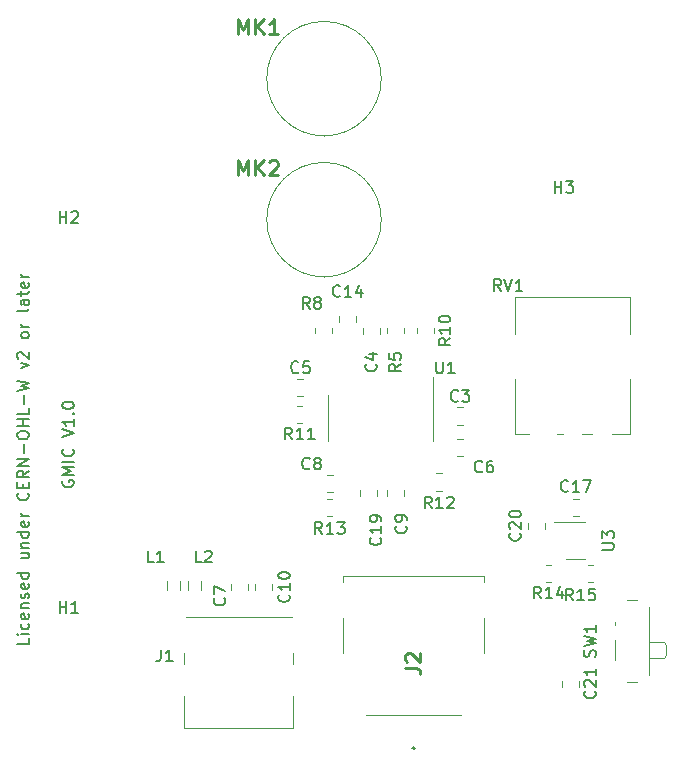
<source format=gbr>
G04 #@! TF.GenerationSoftware,KiCad,Pcbnew,(5.1.10)-1*
G04 #@! TF.CreationDate,2022-06-20T16:08:07+02:00*
G04 #@! TF.ProjectId,Project_Gmic,50726f6a-6563-4745-9f47-6d69632e6b69,V1.0*
G04 #@! TF.SameCoordinates,PX2e063a0PY928d170*
G04 #@! TF.FileFunction,Legend,Top*
G04 #@! TF.FilePolarity,Positive*
%FSLAX46Y46*%
G04 Gerber Fmt 4.6, Leading zero omitted, Abs format (unit mm)*
G04 Created by KiCad (PCBNEW (5.1.10)-1) date 2022-06-20 16:08:07*
%MOMM*%
%LPD*%
G01*
G04 APERTURE LIST*
%ADD10C,0.150000*%
%ADD11C,0.120000*%
%ADD12C,0.200000*%
%ADD13C,0.100000*%
%ADD14C,0.254000*%
G04 APERTURE END LIST*
D10*
X2992380Y7740953D02*
X2992380Y7264762D01*
X1992380Y7264762D01*
X2992380Y8074286D02*
X2325714Y8074286D01*
X1992380Y8074286D02*
X2040000Y8026667D01*
X2087619Y8074286D01*
X2040000Y8121905D01*
X1992380Y8074286D01*
X2087619Y8074286D01*
X2944761Y8979048D02*
X2992380Y8883810D01*
X2992380Y8693334D01*
X2944761Y8598096D01*
X2897142Y8550477D01*
X2801904Y8502858D01*
X2516190Y8502858D01*
X2420952Y8550477D01*
X2373333Y8598096D01*
X2325714Y8693334D01*
X2325714Y8883810D01*
X2373333Y8979048D01*
X2944761Y9788572D02*
X2992380Y9693334D01*
X2992380Y9502858D01*
X2944761Y9407620D01*
X2849523Y9360000D01*
X2468571Y9360000D01*
X2373333Y9407620D01*
X2325714Y9502858D01*
X2325714Y9693334D01*
X2373333Y9788572D01*
X2468571Y9836191D01*
X2563809Y9836191D01*
X2659047Y9360000D01*
X2325714Y10264762D02*
X2992380Y10264762D01*
X2420952Y10264762D02*
X2373333Y10312381D01*
X2325714Y10407620D01*
X2325714Y10550477D01*
X2373333Y10645715D01*
X2468571Y10693334D01*
X2992380Y10693334D01*
X2944761Y11121905D02*
X2992380Y11217143D01*
X2992380Y11407620D01*
X2944761Y11502858D01*
X2849523Y11550477D01*
X2801904Y11550477D01*
X2706666Y11502858D01*
X2659047Y11407620D01*
X2659047Y11264762D01*
X2611428Y11169524D01*
X2516190Y11121905D01*
X2468571Y11121905D01*
X2373333Y11169524D01*
X2325714Y11264762D01*
X2325714Y11407620D01*
X2373333Y11502858D01*
X2944761Y12360000D02*
X2992380Y12264762D01*
X2992380Y12074286D01*
X2944761Y11979048D01*
X2849523Y11931429D01*
X2468571Y11931429D01*
X2373333Y11979048D01*
X2325714Y12074286D01*
X2325714Y12264762D01*
X2373333Y12360000D01*
X2468571Y12407620D01*
X2563809Y12407620D01*
X2659047Y11931429D01*
X2992380Y13264762D02*
X1992380Y13264762D01*
X2944761Y13264762D02*
X2992380Y13169524D01*
X2992380Y12979048D01*
X2944761Y12883810D01*
X2897142Y12836191D01*
X2801904Y12788572D01*
X2516190Y12788572D01*
X2420952Y12836191D01*
X2373333Y12883810D01*
X2325714Y12979048D01*
X2325714Y13169524D01*
X2373333Y13264762D01*
X2325714Y14931429D02*
X2992380Y14931429D01*
X2325714Y14502858D02*
X2849523Y14502858D01*
X2944761Y14550477D01*
X2992380Y14645715D01*
X2992380Y14788572D01*
X2944761Y14883810D01*
X2897142Y14931429D01*
X2325714Y15407620D02*
X2992380Y15407620D01*
X2420952Y15407620D02*
X2373333Y15455239D01*
X2325714Y15550477D01*
X2325714Y15693334D01*
X2373333Y15788572D01*
X2468571Y15836191D01*
X2992380Y15836191D01*
X2992380Y16740953D02*
X1992380Y16740953D01*
X2944761Y16740953D02*
X2992380Y16645715D01*
X2992380Y16455239D01*
X2944761Y16360000D01*
X2897142Y16312381D01*
X2801904Y16264762D01*
X2516190Y16264762D01*
X2420952Y16312381D01*
X2373333Y16360000D01*
X2325714Y16455239D01*
X2325714Y16645715D01*
X2373333Y16740953D01*
X2944761Y17598096D02*
X2992380Y17502858D01*
X2992380Y17312381D01*
X2944761Y17217143D01*
X2849523Y17169524D01*
X2468571Y17169524D01*
X2373333Y17217143D01*
X2325714Y17312381D01*
X2325714Y17502858D01*
X2373333Y17598096D01*
X2468571Y17645715D01*
X2563809Y17645715D01*
X2659047Y17169524D01*
X2992380Y18074286D02*
X2325714Y18074286D01*
X2516190Y18074286D02*
X2420952Y18121905D01*
X2373333Y18169524D01*
X2325714Y18264762D01*
X2325714Y18360000D01*
X2897142Y20026667D02*
X2944761Y19979048D01*
X2992380Y19836191D01*
X2992380Y19740953D01*
X2944761Y19598096D01*
X2849523Y19502858D01*
X2754285Y19455239D01*
X2563809Y19407620D01*
X2420952Y19407620D01*
X2230476Y19455239D01*
X2135238Y19502858D01*
X2040000Y19598096D01*
X1992380Y19740953D01*
X1992380Y19836191D01*
X2040000Y19979048D01*
X2087619Y20026667D01*
X2468571Y20455239D02*
X2468571Y20788572D01*
X2992380Y20931429D02*
X2992380Y20455239D01*
X1992380Y20455239D01*
X1992380Y20931429D01*
X2992380Y21931429D02*
X2516190Y21598096D01*
X2992380Y21360000D02*
X1992380Y21360000D01*
X1992380Y21740953D01*
X2040000Y21836191D01*
X2087619Y21883810D01*
X2182857Y21931429D01*
X2325714Y21931429D01*
X2420952Y21883810D01*
X2468571Y21836191D01*
X2516190Y21740953D01*
X2516190Y21360000D01*
X2992380Y22360000D02*
X1992380Y22360000D01*
X2992380Y22931429D01*
X1992380Y22931429D01*
X2611428Y23407620D02*
X2611428Y24169524D01*
X1992380Y24836191D02*
X1992380Y25026667D01*
X2040000Y25121905D01*
X2135238Y25217143D01*
X2325714Y25264762D01*
X2659047Y25264762D01*
X2849523Y25217143D01*
X2944761Y25121905D01*
X2992380Y25026667D01*
X2992380Y24836191D01*
X2944761Y24740953D01*
X2849523Y24645715D01*
X2659047Y24598096D01*
X2325714Y24598096D01*
X2135238Y24645715D01*
X2040000Y24740953D01*
X1992380Y24836191D01*
X2992380Y25693334D02*
X1992380Y25693334D01*
X2468571Y25693334D02*
X2468571Y26264762D01*
X2992380Y26264762D02*
X1992380Y26264762D01*
X2992380Y27217143D02*
X2992380Y26740953D01*
X1992380Y26740953D01*
X2611428Y27550477D02*
X2611428Y28312381D01*
X1992380Y28693334D02*
X2992380Y28931429D01*
X2278095Y29121905D01*
X2992380Y29312381D01*
X1992380Y29550477D01*
X2325714Y30598096D02*
X2992380Y30836191D01*
X2325714Y31074286D01*
X2087619Y31407620D02*
X2040000Y31455239D01*
X1992380Y31550477D01*
X1992380Y31788572D01*
X2040000Y31883810D01*
X2087619Y31931429D01*
X2182857Y31979048D01*
X2278095Y31979048D01*
X2420952Y31931429D01*
X2992380Y31360000D01*
X2992380Y31979048D01*
X2992380Y33312381D02*
X2944761Y33217143D01*
X2897142Y33169524D01*
X2801904Y33121905D01*
X2516190Y33121905D01*
X2420952Y33169524D01*
X2373333Y33217143D01*
X2325714Y33312381D01*
X2325714Y33455239D01*
X2373333Y33550477D01*
X2420952Y33598096D01*
X2516190Y33645715D01*
X2801904Y33645715D01*
X2897142Y33598096D01*
X2944761Y33550477D01*
X2992380Y33455239D01*
X2992380Y33312381D01*
X2992380Y34074286D02*
X2325714Y34074286D01*
X2516190Y34074286D02*
X2420952Y34121905D01*
X2373333Y34169524D01*
X2325714Y34264762D01*
X2325714Y34360000D01*
X2992380Y35598096D02*
X2944761Y35502858D01*
X2849523Y35455239D01*
X1992380Y35455239D01*
X2992380Y36407620D02*
X2468571Y36407620D01*
X2373333Y36360000D01*
X2325714Y36264762D01*
X2325714Y36074286D01*
X2373333Y35979048D01*
X2944761Y36407620D02*
X2992380Y36312381D01*
X2992380Y36074286D01*
X2944761Y35979048D01*
X2849523Y35931429D01*
X2754285Y35931429D01*
X2659047Y35979048D01*
X2611428Y36074286D01*
X2611428Y36312381D01*
X2563809Y36407620D01*
X2325714Y36740953D02*
X2325714Y37121905D01*
X1992380Y36883810D02*
X2849523Y36883810D01*
X2944761Y36931429D01*
X2992380Y37026667D01*
X2992380Y37121905D01*
X2944761Y37836191D02*
X2992380Y37740953D01*
X2992380Y37550477D01*
X2944761Y37455239D01*
X2849523Y37407620D01*
X2468571Y37407620D01*
X2373333Y37455239D01*
X2325714Y37550477D01*
X2325714Y37740953D01*
X2373333Y37836191D01*
X2468571Y37883810D01*
X2563809Y37883810D01*
X2659047Y37407620D01*
X2992380Y38312381D02*
X2325714Y38312381D01*
X2516190Y38312381D02*
X2420952Y38360000D01*
X2373333Y38407620D01*
X2325714Y38502858D01*
X2325714Y38598096D01*
X5850000Y21082381D02*
X5802380Y20987143D01*
X5802380Y20844286D01*
X5850000Y20701429D01*
X5945238Y20606191D01*
X6040476Y20558572D01*
X6230952Y20510953D01*
X6373809Y20510953D01*
X6564285Y20558572D01*
X6659523Y20606191D01*
X6754761Y20701429D01*
X6802380Y20844286D01*
X6802380Y20939524D01*
X6754761Y21082381D01*
X6707142Y21130000D01*
X6373809Y21130000D01*
X6373809Y20939524D01*
X6802380Y21558572D02*
X5802380Y21558572D01*
X6516666Y21891905D01*
X5802380Y22225239D01*
X6802380Y22225239D01*
X6802380Y22701429D02*
X5802380Y22701429D01*
X6707142Y23749048D02*
X6754761Y23701429D01*
X6802380Y23558572D01*
X6802380Y23463334D01*
X6754761Y23320477D01*
X6659523Y23225239D01*
X6564285Y23177620D01*
X6373809Y23130000D01*
X6230952Y23130000D01*
X6040476Y23177620D01*
X5945238Y23225239D01*
X5850000Y23320477D01*
X5802380Y23463334D01*
X5802380Y23558572D01*
X5850000Y23701429D01*
X5897619Y23749048D01*
X5802380Y24796667D02*
X6802380Y25130000D01*
X5802380Y25463334D01*
X6802380Y26320477D02*
X6802380Y25749048D01*
X6802380Y26034762D02*
X5802380Y26034762D01*
X5945238Y25939524D01*
X6040476Y25844286D01*
X6088095Y25749048D01*
X6707142Y26749048D02*
X6754761Y26796667D01*
X6802380Y26749048D01*
X6754761Y26701429D01*
X6707142Y26749048D01*
X6802380Y26749048D01*
X5802380Y27415715D02*
X5802380Y27510953D01*
X5850000Y27606191D01*
X5897619Y27653810D01*
X5992857Y27701429D01*
X6183333Y27749048D01*
X6421428Y27749048D01*
X6611904Y27701429D01*
X6707142Y27653810D01*
X6754761Y27606191D01*
X6802380Y27510953D01*
X6802380Y27415715D01*
X6754761Y27320477D01*
X6707142Y27272858D01*
X6611904Y27225239D01*
X6421428Y27177620D01*
X6183333Y27177620D01*
X5992857Y27225239D01*
X5897619Y27272858D01*
X5850000Y27320477D01*
X5802380Y27415715D01*
D11*
X39235748Y25808000D02*
X39758252Y25808000D01*
X39235748Y27278000D02*
X39758252Y27278000D01*
X31269000Y34043252D02*
X31269000Y33520748D01*
X32739000Y34043252D02*
X32739000Y33520748D01*
X25712748Y29691000D02*
X26235252Y29691000D01*
X25712748Y28221000D02*
X26235252Y28221000D01*
X39235748Y23141000D02*
X39758252Y23141000D01*
X39235748Y24611000D02*
X39758252Y24611000D01*
X21563000Y11803748D02*
X21563000Y12326252D01*
X20093000Y11803748D02*
X20093000Y12326252D01*
X28709252Y21563000D02*
X28186748Y21563000D01*
X28709252Y20093000D02*
X28186748Y20093000D01*
X33301000Y19804748D02*
X33301000Y20327252D01*
X34771000Y19804748D02*
X34771000Y20327252D01*
X30707000Y34536748D02*
X30707000Y35059252D01*
X29237000Y34536748D02*
X29237000Y35059252D01*
X49537252Y18061000D02*
X49014748Y18061000D01*
X49537252Y19531000D02*
X49014748Y19531000D01*
X31015000Y19804748D02*
X31015000Y20327252D01*
X32485000Y19804748D02*
X32485000Y20327252D01*
X46709000Y17533252D02*
X46709000Y17010748D01*
X45239000Y17533252D02*
X45239000Y17010748D01*
X16160000Y160000D02*
X25350000Y160000D01*
X16280000Y9570000D02*
X25230000Y9570000D01*
X25350000Y2890000D02*
X25350000Y160000D01*
X16160000Y2890000D02*
X16160000Y160000D01*
X25350000Y6490000D02*
X25350000Y5590000D01*
X16160000Y6490000D02*
X16160000Y5590000D01*
D12*
X35660000Y-1580000D02*
X35660000Y-1580000D01*
X35460000Y-1580000D02*
X35460000Y-1580000D01*
D13*
X41560000Y12970000D02*
X41560000Y12470000D01*
X29560000Y12970000D02*
X41560000Y12970000D01*
X29560000Y12470000D02*
X29560000Y12970000D01*
X29560000Y6470000D02*
X29560000Y9470000D01*
X41560000Y6470000D02*
X41560000Y9470000D01*
X31560000Y1270000D02*
X39560000Y1270000D01*
D12*
X35660000Y-1580000D02*
G75*
G02*
X35460000Y-1580000I-100000J0D01*
G01*
X35460000Y-1580000D02*
G75*
G02*
X35660000Y-1580000I100000J0D01*
G01*
D11*
X15800000Y11792378D02*
X15800000Y12591622D01*
X14680000Y11792378D02*
X14680000Y12591622D01*
X16458000Y11792378D02*
X16458000Y12591622D01*
X17578000Y11792378D02*
X17578000Y12591622D01*
D13*
X27972000Y50268000D02*
X27972000Y50268000D01*
X27972000Y59968000D02*
X27972000Y59968000D01*
X27972000Y50268000D02*
G75*
G02*
X27972000Y59968000I0J4850000D01*
G01*
X27972000Y59968000D02*
G75*
G02*
X27972000Y50268000I0J-4850000D01*
G01*
X27972000Y48030000D02*
X27972000Y48030000D01*
X27972000Y38330000D02*
X27972000Y38330000D01*
X27972000Y48030000D02*
G75*
G02*
X27972000Y38330000I0J-4850000D01*
G01*
X27972000Y38330000D02*
G75*
G02*
X27972000Y48030000I0J4850000D01*
G01*
D11*
X34771000Y33554936D02*
X34771000Y34009064D01*
X33301000Y33554936D02*
X33301000Y34009064D01*
X28675000Y34009064D02*
X28675000Y33554936D01*
X27205000Y34009064D02*
X27205000Y33554936D01*
X37311000Y34009064D02*
X37311000Y33554936D01*
X35841000Y34009064D02*
X35841000Y33554936D01*
X26135064Y27405000D02*
X25680936Y27405000D01*
X26135064Y25935000D02*
X25680936Y25935000D01*
X37491936Y21690000D02*
X37946064Y21690000D01*
X37491936Y20220000D02*
X37946064Y20220000D01*
X28220936Y18061000D02*
X28675064Y18061000D01*
X28220936Y19531000D02*
X28675064Y19531000D01*
X47217064Y12473000D02*
X46762936Y12473000D01*
X47217064Y13943000D02*
X46762936Y13943000D01*
X50773064Y13943000D02*
X50318936Y13943000D01*
X50773064Y12473000D02*
X50318936Y12473000D01*
X52601000Y8893000D02*
X52601000Y9093000D01*
X56741000Y6093000D02*
X56951000Y6293000D01*
X56741000Y7393000D02*
X56951000Y7193000D01*
X55451000Y6093000D02*
X56741000Y6093000D01*
X56951000Y6293000D02*
X56951000Y7193000D01*
X56741000Y7393000D02*
X55451000Y7393000D01*
X55451000Y4643000D02*
X55451000Y10343000D01*
X52601000Y5893000D02*
X52601000Y7593000D01*
X53651000Y4043000D02*
X54441000Y4043000D01*
X54441000Y10943000D02*
X53651000Y10943000D01*
X28331000Y26416000D02*
X28331000Y24466000D01*
X28331000Y26416000D02*
X28331000Y28366000D01*
X37201000Y26416000D02*
X37201000Y24466000D01*
X37201000Y26416000D02*
X37201000Y29866000D01*
X49276000Y17562000D02*
X47476000Y17562000D01*
X49276000Y17562000D02*
X50076000Y17562000D01*
X49276000Y14442000D02*
X48476000Y14442000D01*
X49276000Y14442000D02*
X50076000Y14442000D01*
X23595000Y11803748D02*
X23595000Y12326252D01*
X22125000Y11803748D02*
X22125000Y12326252D01*
X50642000Y25010000D02*
X49812000Y25010000D01*
X48192000Y25010000D02*
X47662000Y25010000D01*
X45292000Y25010000D02*
X44112000Y25010000D01*
X53852000Y25010000D02*
X53852000Y29730000D01*
X44112000Y33540000D02*
X44112000Y36600000D01*
X44102000Y25010000D02*
X44102000Y29730000D01*
X53852000Y33540000D02*
X53852000Y36600000D01*
X53852000Y25010000D02*
X52362000Y25010000D01*
X53852000Y36600000D02*
X44112000Y36600000D01*
X49595000Y4161252D02*
X49595000Y3638748D01*
X48125000Y4161252D02*
X48125000Y3638748D01*
D10*
X39330333Y27865858D02*
X39282714Y27818239D01*
X39139857Y27770620D01*
X39044619Y27770620D01*
X38901761Y27818239D01*
X38806523Y27913477D01*
X38758904Y28008715D01*
X38711285Y28199191D01*
X38711285Y28342048D01*
X38758904Y28532524D01*
X38806523Y28627762D01*
X38901761Y28723000D01*
X39044619Y28770620D01*
X39139857Y28770620D01*
X39282714Y28723000D01*
X39330333Y28675381D01*
X39663666Y28770620D02*
X40282714Y28770620D01*
X39949380Y28389667D01*
X40092238Y28389667D01*
X40187476Y28342048D01*
X40235095Y28294429D01*
X40282714Y28199191D01*
X40282714Y27961096D01*
X40235095Y27865858D01*
X40187476Y27818239D01*
X40092238Y27770620D01*
X39806523Y27770620D01*
X39711285Y27818239D01*
X39663666Y27865858D01*
X32361142Y30948334D02*
X32408761Y30900715D01*
X32456380Y30757858D01*
X32456380Y30662620D01*
X32408761Y30519762D01*
X32313523Y30424524D01*
X32218285Y30376905D01*
X32027809Y30329286D01*
X31884952Y30329286D01*
X31694476Y30376905D01*
X31599238Y30424524D01*
X31504000Y30519762D01*
X31456380Y30662620D01*
X31456380Y30757858D01*
X31504000Y30900715D01*
X31551619Y30948334D01*
X31789714Y31805477D02*
X32456380Y31805477D01*
X31408761Y31567381D02*
X32123047Y31329286D01*
X32123047Y31948334D01*
X25807333Y30278858D02*
X25759714Y30231239D01*
X25616857Y30183620D01*
X25521619Y30183620D01*
X25378761Y30231239D01*
X25283523Y30326477D01*
X25235904Y30421715D01*
X25188285Y30612191D01*
X25188285Y30755048D01*
X25235904Y30945524D01*
X25283523Y31040762D01*
X25378761Y31136000D01*
X25521619Y31183620D01*
X25616857Y31183620D01*
X25759714Y31136000D01*
X25807333Y31088381D01*
X26712095Y31183620D02*
X26235904Y31183620D01*
X26188285Y30707429D01*
X26235904Y30755048D01*
X26331142Y30802667D01*
X26569238Y30802667D01*
X26664476Y30755048D01*
X26712095Y30707429D01*
X26759714Y30612191D01*
X26759714Y30374096D01*
X26712095Y30278858D01*
X26664476Y30231239D01*
X26569238Y30183620D01*
X26331142Y30183620D01*
X26235904Y30231239D01*
X26188285Y30278858D01*
X41362333Y21867858D02*
X41314714Y21820239D01*
X41171857Y21772620D01*
X41076619Y21772620D01*
X40933761Y21820239D01*
X40838523Y21915477D01*
X40790904Y22010715D01*
X40743285Y22201191D01*
X40743285Y22344048D01*
X40790904Y22534524D01*
X40838523Y22629762D01*
X40933761Y22725000D01*
X41076619Y22772620D01*
X41171857Y22772620D01*
X41314714Y22725000D01*
X41362333Y22677381D01*
X42219476Y22772620D02*
X42029000Y22772620D01*
X41933761Y22725000D01*
X41886142Y22677381D01*
X41790904Y22534524D01*
X41743285Y22344048D01*
X41743285Y21963096D01*
X41790904Y21867858D01*
X41838523Y21820239D01*
X41933761Y21772620D01*
X42124238Y21772620D01*
X42219476Y21820239D01*
X42267095Y21867858D01*
X42314714Y21963096D01*
X42314714Y22201191D01*
X42267095Y22296429D01*
X42219476Y22344048D01*
X42124238Y22391667D01*
X41933761Y22391667D01*
X41838523Y22344048D01*
X41790904Y22296429D01*
X41743285Y22201191D01*
X19534142Y11136334D02*
X19581761Y11088715D01*
X19629380Y10945858D01*
X19629380Y10850620D01*
X19581761Y10707762D01*
X19486523Y10612524D01*
X19391285Y10564905D01*
X19200809Y10517286D01*
X19057952Y10517286D01*
X18867476Y10564905D01*
X18772238Y10612524D01*
X18677000Y10707762D01*
X18629380Y10850620D01*
X18629380Y10945858D01*
X18677000Y11088715D01*
X18724619Y11136334D01*
X18629380Y11469667D02*
X18629380Y12136334D01*
X19629380Y11707762D01*
X26757333Y22121858D02*
X26709714Y22074239D01*
X26566857Y22026620D01*
X26471619Y22026620D01*
X26328761Y22074239D01*
X26233523Y22169477D01*
X26185904Y22264715D01*
X26138285Y22455191D01*
X26138285Y22598048D01*
X26185904Y22788524D01*
X26233523Y22883762D01*
X26328761Y22979000D01*
X26471619Y23026620D01*
X26566857Y23026620D01*
X26709714Y22979000D01*
X26757333Y22931381D01*
X27328761Y22598048D02*
X27233523Y22645667D01*
X27185904Y22693286D01*
X27138285Y22788524D01*
X27138285Y22836143D01*
X27185904Y22931381D01*
X27233523Y22979000D01*
X27328761Y23026620D01*
X27519238Y23026620D01*
X27614476Y22979000D01*
X27662095Y22931381D01*
X27709714Y22836143D01*
X27709714Y22788524D01*
X27662095Y22693286D01*
X27614476Y22645667D01*
X27519238Y22598048D01*
X27328761Y22598048D01*
X27233523Y22550429D01*
X27185904Y22502810D01*
X27138285Y22407572D01*
X27138285Y22217096D01*
X27185904Y22121858D01*
X27233523Y22074239D01*
X27328761Y22026620D01*
X27519238Y22026620D01*
X27614476Y22074239D01*
X27662095Y22121858D01*
X27709714Y22217096D01*
X27709714Y22407572D01*
X27662095Y22502810D01*
X27614476Y22550429D01*
X27519238Y22598048D01*
X34901142Y17232334D02*
X34948761Y17184715D01*
X34996380Y17041858D01*
X34996380Y16946620D01*
X34948761Y16803762D01*
X34853523Y16708524D01*
X34758285Y16660905D01*
X34567809Y16613286D01*
X34424952Y16613286D01*
X34234476Y16660905D01*
X34139238Y16708524D01*
X34044000Y16803762D01*
X33996380Y16946620D01*
X33996380Y17041858D01*
X34044000Y17184715D01*
X34091619Y17232334D01*
X34996380Y17708524D02*
X34996380Y17899000D01*
X34948761Y17994239D01*
X34901142Y18041858D01*
X34758285Y18137096D01*
X34567809Y18184715D01*
X34186857Y18184715D01*
X34091619Y18137096D01*
X34044000Y18089477D01*
X33996380Y17994239D01*
X33996380Y17803762D01*
X34044000Y17708524D01*
X34091619Y17660905D01*
X34186857Y17613286D01*
X34424952Y17613286D01*
X34520190Y17660905D01*
X34567809Y17708524D01*
X34615428Y17803762D01*
X34615428Y17994239D01*
X34567809Y18089477D01*
X34520190Y18137096D01*
X34424952Y18184715D01*
X29329142Y36726858D02*
X29281523Y36679239D01*
X29138666Y36631620D01*
X29043428Y36631620D01*
X28900571Y36679239D01*
X28805333Y36774477D01*
X28757714Y36869715D01*
X28710095Y37060191D01*
X28710095Y37203048D01*
X28757714Y37393524D01*
X28805333Y37488762D01*
X28900571Y37584000D01*
X29043428Y37631620D01*
X29138666Y37631620D01*
X29281523Y37584000D01*
X29329142Y37536381D01*
X30281523Y36631620D02*
X29710095Y36631620D01*
X29995809Y36631620D02*
X29995809Y37631620D01*
X29900571Y37488762D01*
X29805333Y37393524D01*
X29710095Y37345905D01*
X31138666Y37298286D02*
X31138666Y36631620D01*
X30900571Y37679239D02*
X30662476Y36964953D01*
X31281523Y36964953D01*
X48633142Y20216858D02*
X48585523Y20169239D01*
X48442666Y20121620D01*
X48347428Y20121620D01*
X48204571Y20169239D01*
X48109333Y20264477D01*
X48061714Y20359715D01*
X48014095Y20550191D01*
X48014095Y20693048D01*
X48061714Y20883524D01*
X48109333Y20978762D01*
X48204571Y21074000D01*
X48347428Y21121620D01*
X48442666Y21121620D01*
X48585523Y21074000D01*
X48633142Y21026381D01*
X49585523Y20121620D02*
X49014095Y20121620D01*
X49299809Y20121620D02*
X49299809Y21121620D01*
X49204571Y20978762D01*
X49109333Y20883524D01*
X49014095Y20835905D01*
X49918857Y21121620D02*
X50585523Y21121620D01*
X50156952Y20121620D01*
X32742142Y16248143D02*
X32789761Y16200524D01*
X32837380Y16057667D01*
X32837380Y15962429D01*
X32789761Y15819572D01*
X32694523Y15724334D01*
X32599285Y15676715D01*
X32408809Y15629096D01*
X32265952Y15629096D01*
X32075476Y15676715D01*
X31980238Y15724334D01*
X31885000Y15819572D01*
X31837380Y15962429D01*
X31837380Y16057667D01*
X31885000Y16200524D01*
X31932619Y16248143D01*
X32837380Y17200524D02*
X32837380Y16629096D01*
X32837380Y16914810D02*
X31837380Y16914810D01*
X31980238Y16819572D01*
X32075476Y16724334D01*
X32123095Y16629096D01*
X32837380Y17676715D02*
X32837380Y17867191D01*
X32789761Y17962429D01*
X32742142Y18010048D01*
X32599285Y18105286D01*
X32408809Y18152905D01*
X32027857Y18152905D01*
X31932619Y18105286D01*
X31885000Y18057667D01*
X31837380Y17962429D01*
X31837380Y17771953D01*
X31885000Y17676715D01*
X31932619Y17629096D01*
X32027857Y17581477D01*
X32265952Y17581477D01*
X32361190Y17629096D01*
X32408809Y17676715D01*
X32456428Y17771953D01*
X32456428Y17962429D01*
X32408809Y18057667D01*
X32361190Y18105286D01*
X32265952Y18152905D01*
X44553142Y16629143D02*
X44600761Y16581524D01*
X44648380Y16438667D01*
X44648380Y16343429D01*
X44600761Y16200572D01*
X44505523Y16105334D01*
X44410285Y16057715D01*
X44219809Y16010096D01*
X44076952Y16010096D01*
X43886476Y16057715D01*
X43791238Y16105334D01*
X43696000Y16200572D01*
X43648380Y16343429D01*
X43648380Y16438667D01*
X43696000Y16581524D01*
X43743619Y16629143D01*
X43743619Y17010096D02*
X43696000Y17057715D01*
X43648380Y17152953D01*
X43648380Y17391048D01*
X43696000Y17486286D01*
X43743619Y17533905D01*
X43838857Y17581524D01*
X43934095Y17581524D01*
X44076952Y17533905D01*
X44648380Y16962477D01*
X44648380Y17581524D01*
X43648380Y18200572D02*
X43648380Y18295810D01*
X43696000Y18391048D01*
X43743619Y18438667D01*
X43838857Y18486286D01*
X44029333Y18533905D01*
X44267428Y18533905D01*
X44457904Y18486286D01*
X44553142Y18438667D01*
X44600761Y18391048D01*
X44648380Y18295810D01*
X44648380Y18200572D01*
X44600761Y18105334D01*
X44553142Y18057715D01*
X44457904Y18010096D01*
X44267428Y17962477D01*
X44029333Y17962477D01*
X43838857Y18010096D01*
X43743619Y18057715D01*
X43696000Y18105334D01*
X43648380Y18200572D01*
X14144666Y6770620D02*
X14144666Y6056334D01*
X14097047Y5913477D01*
X14001809Y5818239D01*
X13858952Y5770620D01*
X13763714Y5770620D01*
X15144666Y5770620D02*
X14573238Y5770620D01*
X14858952Y5770620D02*
X14858952Y6770620D01*
X14763714Y6627762D01*
X14668476Y6532524D01*
X14573238Y6484905D01*
D14*
X34864523Y5221667D02*
X35771666Y5221667D01*
X35953095Y5161191D01*
X36074047Y5040239D01*
X36134523Y4858810D01*
X36134523Y4737858D01*
X34985476Y5765953D02*
X34925000Y5826429D01*
X34864523Y5947381D01*
X34864523Y6249762D01*
X34925000Y6370715D01*
X34985476Y6431191D01*
X35106428Y6491667D01*
X35227380Y6491667D01*
X35408809Y6431191D01*
X36134523Y5705477D01*
X36134523Y6491667D01*
D10*
X13549333Y14152620D02*
X13073142Y14152620D01*
X13073142Y15152620D01*
X14406476Y14152620D02*
X13835047Y14152620D01*
X14120761Y14152620D02*
X14120761Y15152620D01*
X14025523Y15009762D01*
X13930285Y14914524D01*
X13835047Y14866905D01*
X17613333Y14152620D02*
X17137142Y14152620D01*
X17137142Y15152620D01*
X17899047Y15057381D02*
X17946666Y15105000D01*
X18041904Y15152620D01*
X18280000Y15152620D01*
X18375238Y15105000D01*
X18422857Y15057381D01*
X18470476Y14962143D01*
X18470476Y14866905D01*
X18422857Y14724048D01*
X17851428Y14152620D01*
X18470476Y14152620D01*
D14*
X20688904Y58861477D02*
X20688904Y60131477D01*
X21112238Y59224334D01*
X21535571Y60131477D01*
X21535571Y58861477D01*
X22140333Y58861477D02*
X22140333Y60131477D01*
X22866047Y58861477D02*
X22321761Y59587191D01*
X22866047Y60131477D02*
X22140333Y59405762D01*
X24075571Y58861477D02*
X23349857Y58861477D01*
X23712714Y58861477D02*
X23712714Y60131477D01*
X23591761Y59950048D01*
X23470809Y59829096D01*
X23349857Y59768620D01*
X20688904Y46923477D02*
X20688904Y48193477D01*
X21112238Y47286334D01*
X21535571Y48193477D01*
X21535571Y46923477D01*
X22140333Y46923477D02*
X22140333Y48193477D01*
X22866047Y46923477D02*
X22321761Y47649191D01*
X22866047Y48193477D02*
X22140333Y47467762D01*
X23349857Y48072524D02*
X23410333Y48133000D01*
X23531285Y48193477D01*
X23833666Y48193477D01*
X23954619Y48133000D01*
X24015095Y48072524D01*
X24075571Y47951572D01*
X24075571Y47830620D01*
X24015095Y47649191D01*
X23289380Y46923477D01*
X24075571Y46923477D01*
D10*
X34488380Y30948334D02*
X34012190Y30615000D01*
X34488380Y30376905D02*
X33488380Y30376905D01*
X33488380Y30757858D01*
X33536000Y30853096D01*
X33583619Y30900715D01*
X33678857Y30948334D01*
X33821714Y30948334D01*
X33916952Y30900715D01*
X33964571Y30853096D01*
X34012190Y30757858D01*
X34012190Y30376905D01*
X33488380Y31853096D02*
X33488380Y31376905D01*
X33964571Y31329286D01*
X33916952Y31376905D01*
X33869333Y31472143D01*
X33869333Y31710239D01*
X33916952Y31805477D01*
X33964571Y31853096D01*
X34059809Y31900715D01*
X34297904Y31900715D01*
X34393142Y31853096D01*
X34440761Y31805477D01*
X34488380Y31710239D01*
X34488380Y31472143D01*
X34440761Y31376905D01*
X34393142Y31329286D01*
X26757333Y35615620D02*
X26424000Y36091810D01*
X26185904Y35615620D02*
X26185904Y36615620D01*
X26566857Y36615620D01*
X26662095Y36568000D01*
X26709714Y36520381D01*
X26757333Y36425143D01*
X26757333Y36282286D01*
X26709714Y36187048D01*
X26662095Y36139429D01*
X26566857Y36091810D01*
X26185904Y36091810D01*
X27328761Y36187048D02*
X27233523Y36234667D01*
X27185904Y36282286D01*
X27138285Y36377524D01*
X27138285Y36425143D01*
X27185904Y36520381D01*
X27233523Y36568000D01*
X27328761Y36615620D01*
X27519238Y36615620D01*
X27614476Y36568000D01*
X27662095Y36520381D01*
X27709714Y36425143D01*
X27709714Y36377524D01*
X27662095Y36282286D01*
X27614476Y36234667D01*
X27519238Y36187048D01*
X27328761Y36187048D01*
X27233523Y36139429D01*
X27185904Y36091810D01*
X27138285Y35996572D01*
X27138285Y35806096D01*
X27185904Y35710858D01*
X27233523Y35663239D01*
X27328761Y35615620D01*
X27519238Y35615620D01*
X27614476Y35663239D01*
X27662095Y35710858D01*
X27709714Y35806096D01*
X27709714Y35996572D01*
X27662095Y36091810D01*
X27614476Y36139429D01*
X27519238Y36187048D01*
X38678380Y33139143D02*
X38202190Y32805810D01*
X38678380Y32567715D02*
X37678380Y32567715D01*
X37678380Y32948667D01*
X37726000Y33043905D01*
X37773619Y33091524D01*
X37868857Y33139143D01*
X38011714Y33139143D01*
X38106952Y33091524D01*
X38154571Y33043905D01*
X38202190Y32948667D01*
X38202190Y32567715D01*
X38678380Y34091524D02*
X38678380Y33520096D01*
X38678380Y33805810D02*
X37678380Y33805810D01*
X37821238Y33710572D01*
X37916476Y33615334D01*
X37964095Y33520096D01*
X37678380Y34710572D02*
X37678380Y34805810D01*
X37726000Y34901048D01*
X37773619Y34948667D01*
X37868857Y34996286D01*
X38059333Y35043905D01*
X38297428Y35043905D01*
X38487904Y34996286D01*
X38583142Y34948667D01*
X38630761Y34901048D01*
X38678380Y34805810D01*
X38678380Y34710572D01*
X38630761Y34615334D01*
X38583142Y34567715D01*
X38487904Y34520096D01*
X38297428Y34472477D01*
X38059333Y34472477D01*
X37868857Y34520096D01*
X37773619Y34567715D01*
X37726000Y34615334D01*
X37678380Y34710572D01*
X25265142Y24567620D02*
X24931809Y25043810D01*
X24693714Y24567620D02*
X24693714Y25567620D01*
X25074666Y25567620D01*
X25169904Y25520000D01*
X25217523Y25472381D01*
X25265142Y25377143D01*
X25265142Y25234286D01*
X25217523Y25139048D01*
X25169904Y25091429D01*
X25074666Y25043810D01*
X24693714Y25043810D01*
X26217523Y24567620D02*
X25646095Y24567620D01*
X25931809Y24567620D02*
X25931809Y25567620D01*
X25836571Y25424762D01*
X25741333Y25329524D01*
X25646095Y25281905D01*
X27169904Y24567620D02*
X26598476Y24567620D01*
X26884190Y24567620D02*
X26884190Y25567620D01*
X26788952Y25424762D01*
X26693714Y25329524D01*
X26598476Y25281905D01*
X37076142Y18724620D02*
X36742809Y19200810D01*
X36504714Y18724620D02*
X36504714Y19724620D01*
X36885666Y19724620D01*
X36980904Y19677000D01*
X37028523Y19629381D01*
X37076142Y19534143D01*
X37076142Y19391286D01*
X37028523Y19296048D01*
X36980904Y19248429D01*
X36885666Y19200810D01*
X36504714Y19200810D01*
X38028523Y18724620D02*
X37457095Y18724620D01*
X37742809Y18724620D02*
X37742809Y19724620D01*
X37647571Y19581762D01*
X37552333Y19486524D01*
X37457095Y19438905D01*
X38409476Y19629381D02*
X38457095Y19677000D01*
X38552333Y19724620D01*
X38790428Y19724620D01*
X38885666Y19677000D01*
X38933285Y19629381D01*
X38980904Y19534143D01*
X38980904Y19438905D01*
X38933285Y19296048D01*
X38361857Y18724620D01*
X38980904Y18724620D01*
X27805142Y16565620D02*
X27471809Y17041810D01*
X27233714Y16565620D02*
X27233714Y17565620D01*
X27614666Y17565620D01*
X27709904Y17518000D01*
X27757523Y17470381D01*
X27805142Y17375143D01*
X27805142Y17232286D01*
X27757523Y17137048D01*
X27709904Y17089429D01*
X27614666Y17041810D01*
X27233714Y17041810D01*
X28757523Y16565620D02*
X28186095Y16565620D01*
X28471809Y16565620D02*
X28471809Y17565620D01*
X28376571Y17422762D01*
X28281333Y17327524D01*
X28186095Y17279905D01*
X29090857Y17565620D02*
X29709904Y17565620D01*
X29376571Y17184667D01*
X29519428Y17184667D01*
X29614666Y17137048D01*
X29662285Y17089429D01*
X29709904Y16994191D01*
X29709904Y16756096D01*
X29662285Y16660858D01*
X29614666Y16613239D01*
X29519428Y16565620D01*
X29233714Y16565620D01*
X29138476Y16613239D01*
X29090857Y16660858D01*
X46347142Y11105620D02*
X46013809Y11581810D01*
X45775714Y11105620D02*
X45775714Y12105620D01*
X46156666Y12105620D01*
X46251904Y12058000D01*
X46299523Y12010381D01*
X46347142Y11915143D01*
X46347142Y11772286D01*
X46299523Y11677048D01*
X46251904Y11629429D01*
X46156666Y11581810D01*
X45775714Y11581810D01*
X47299523Y11105620D02*
X46728095Y11105620D01*
X47013809Y11105620D02*
X47013809Y12105620D01*
X46918571Y11962762D01*
X46823333Y11867524D01*
X46728095Y11819905D01*
X48156666Y11772286D02*
X48156666Y11105620D01*
X47918571Y12153239D02*
X47680476Y11438953D01*
X48299523Y11438953D01*
X49047142Y10937620D02*
X48713809Y11413810D01*
X48475714Y10937620D02*
X48475714Y11937620D01*
X48856666Y11937620D01*
X48951904Y11890000D01*
X48999523Y11842381D01*
X49047142Y11747143D01*
X49047142Y11604286D01*
X48999523Y11509048D01*
X48951904Y11461429D01*
X48856666Y11413810D01*
X48475714Y11413810D01*
X49999523Y10937620D02*
X49428095Y10937620D01*
X49713809Y10937620D02*
X49713809Y11937620D01*
X49618571Y11794762D01*
X49523333Y11699524D01*
X49428095Y11651905D01*
X50904285Y11937620D02*
X50428095Y11937620D01*
X50380476Y11461429D01*
X50428095Y11509048D01*
X50523333Y11556667D01*
X50761428Y11556667D01*
X50856666Y11509048D01*
X50904285Y11461429D01*
X50951904Y11366191D01*
X50951904Y11128096D01*
X50904285Y11032858D01*
X50856666Y10985239D01*
X50761428Y10937620D01*
X50523333Y10937620D01*
X50428095Y10985239D01*
X50380476Y11032858D01*
X50925761Y6159667D02*
X50973380Y6302524D01*
X50973380Y6540620D01*
X50925761Y6635858D01*
X50878142Y6683477D01*
X50782904Y6731096D01*
X50687666Y6731096D01*
X50592428Y6683477D01*
X50544809Y6635858D01*
X50497190Y6540620D01*
X50449571Y6350143D01*
X50401952Y6254905D01*
X50354333Y6207286D01*
X50259095Y6159667D01*
X50163857Y6159667D01*
X50068619Y6207286D01*
X50021000Y6254905D01*
X49973380Y6350143D01*
X49973380Y6588239D01*
X50021000Y6731096D01*
X49973380Y7064429D02*
X50973380Y7302524D01*
X50259095Y7493000D01*
X50973380Y7683477D01*
X49973380Y7921572D01*
X50973380Y8826334D02*
X50973380Y8254905D01*
X50973380Y8540620D02*
X49973380Y8540620D01*
X50116238Y8445381D01*
X50211476Y8350143D01*
X50259095Y8254905D01*
X37465095Y31154620D02*
X37465095Y30345096D01*
X37512714Y30249858D01*
X37560333Y30202239D01*
X37655571Y30154620D01*
X37846047Y30154620D01*
X37941285Y30202239D01*
X37988904Y30249858D01*
X38036523Y30345096D01*
X38036523Y31154620D01*
X39036523Y30154620D02*
X38465095Y30154620D01*
X38750809Y30154620D02*
X38750809Y31154620D01*
X38655571Y31011762D01*
X38560333Y30916524D01*
X38465095Y30868905D01*
X51522380Y15240096D02*
X52331904Y15240096D01*
X52427142Y15287715D01*
X52474761Y15335334D01*
X52522380Y15430572D01*
X52522380Y15621048D01*
X52474761Y15716286D01*
X52427142Y15763905D01*
X52331904Y15811524D01*
X51522380Y15811524D01*
X51522380Y16192477D02*
X51522380Y16811524D01*
X51903333Y16478191D01*
X51903333Y16621048D01*
X51950952Y16716286D01*
X51998571Y16763905D01*
X52093809Y16811524D01*
X52331904Y16811524D01*
X52427142Y16763905D01*
X52474761Y16716286D01*
X52522380Y16621048D01*
X52522380Y16335334D01*
X52474761Y16240096D01*
X52427142Y16192477D01*
X24995142Y11422143D02*
X25042761Y11374524D01*
X25090380Y11231667D01*
X25090380Y11136429D01*
X25042761Y10993572D01*
X24947523Y10898334D01*
X24852285Y10850715D01*
X24661809Y10803096D01*
X24518952Y10803096D01*
X24328476Y10850715D01*
X24233238Y10898334D01*
X24138000Y10993572D01*
X24090380Y11136429D01*
X24090380Y11231667D01*
X24138000Y11374524D01*
X24185619Y11422143D01*
X25090380Y12374524D02*
X25090380Y11803096D01*
X25090380Y12088810D02*
X24090380Y12088810D01*
X24233238Y11993572D01*
X24328476Y11898334D01*
X24376095Y11803096D01*
X24090380Y12993572D02*
X24090380Y13088810D01*
X24138000Y13184048D01*
X24185619Y13231667D01*
X24280857Y13279286D01*
X24471333Y13326905D01*
X24709428Y13326905D01*
X24899904Y13279286D01*
X24995142Y13231667D01*
X25042761Y13184048D01*
X25090380Y13088810D01*
X25090380Y12993572D01*
X25042761Y12898334D01*
X24995142Y12850715D01*
X24899904Y12803096D01*
X24709428Y12755477D01*
X24471333Y12755477D01*
X24280857Y12803096D01*
X24185619Y12850715D01*
X24138000Y12898334D01*
X24090380Y12993572D01*
X42965761Y37139620D02*
X42632428Y37615810D01*
X42394333Y37139620D02*
X42394333Y38139620D01*
X42775285Y38139620D01*
X42870523Y38092000D01*
X42918142Y38044381D01*
X42965761Y37949143D01*
X42965761Y37806286D01*
X42918142Y37711048D01*
X42870523Y37663429D01*
X42775285Y37615810D01*
X42394333Y37615810D01*
X43251476Y38139620D02*
X43584809Y37139620D01*
X43918142Y38139620D01*
X44775285Y37139620D02*
X44203857Y37139620D01*
X44489571Y37139620D02*
X44489571Y38139620D01*
X44394333Y37996762D01*
X44299095Y37901524D01*
X44203857Y37853905D01*
X5588095Y9897620D02*
X5588095Y10897620D01*
X5588095Y10421429D02*
X6159523Y10421429D01*
X6159523Y9897620D02*
X6159523Y10897620D01*
X7159523Y9897620D02*
X6588095Y9897620D01*
X6873809Y9897620D02*
X6873809Y10897620D01*
X6778571Y10754762D01*
X6683333Y10659524D01*
X6588095Y10611905D01*
X5588095Y42917620D02*
X5588095Y43917620D01*
X5588095Y43441429D02*
X6159523Y43441429D01*
X6159523Y42917620D02*
X6159523Y43917620D01*
X6588095Y43822381D02*
X6635714Y43870000D01*
X6730952Y43917620D01*
X6969047Y43917620D01*
X7064285Y43870000D01*
X7111904Y43822381D01*
X7159523Y43727143D01*
X7159523Y43631905D01*
X7111904Y43489048D01*
X6540476Y42917620D01*
X7159523Y42917620D01*
X47498095Y45457620D02*
X47498095Y46457620D01*
X47498095Y45981429D02*
X48069523Y45981429D01*
X48069523Y45457620D02*
X48069523Y46457620D01*
X48450476Y46457620D02*
X49069523Y46457620D01*
X48736190Y46076667D01*
X48879047Y46076667D01*
X48974285Y46029048D01*
X49021904Y45981429D01*
X49069523Y45886191D01*
X49069523Y45648096D01*
X49021904Y45552858D01*
X48974285Y45505239D01*
X48879047Y45457620D01*
X48593333Y45457620D01*
X48498095Y45505239D01*
X48450476Y45552858D01*
X50897142Y3257143D02*
X50944761Y3209524D01*
X50992380Y3066667D01*
X50992380Y2971429D01*
X50944761Y2828572D01*
X50849523Y2733334D01*
X50754285Y2685715D01*
X50563809Y2638096D01*
X50420952Y2638096D01*
X50230476Y2685715D01*
X50135238Y2733334D01*
X50040000Y2828572D01*
X49992380Y2971429D01*
X49992380Y3066667D01*
X50040000Y3209524D01*
X50087619Y3257143D01*
X50087619Y3638096D02*
X50040000Y3685715D01*
X49992380Y3780953D01*
X49992380Y4019048D01*
X50040000Y4114286D01*
X50087619Y4161905D01*
X50182857Y4209524D01*
X50278095Y4209524D01*
X50420952Y4161905D01*
X50992380Y3590477D01*
X50992380Y4209524D01*
X50992380Y5161905D02*
X50992380Y4590477D01*
X50992380Y4876191D02*
X49992380Y4876191D01*
X50135238Y4780953D01*
X50230476Y4685715D01*
X50278095Y4590477D01*
M02*

</source>
